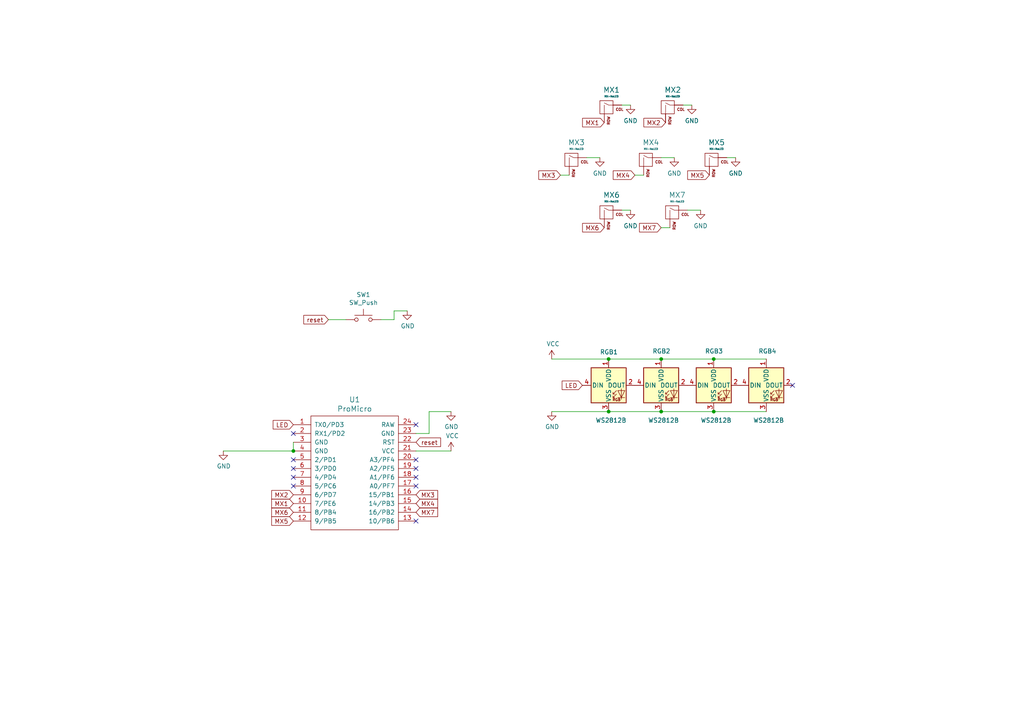
<source format=kicad_sch>
(kicad_sch (version 20211123) (generator eeschema)
  (paper "A4")
  (lib_symbols
    (symbol "LED:WS2812B" (pin_names (offset 0.254))
      (property "Reference" "D" (at 5.08 5.715 0))
      (property "Value" "WS2812B" (at 1.27 -5.715 0))
      (symbol "WS2812B_0_0"
        (text "RGB" (at 2.286 -4.191 0) (effects (font (size 0.762 0.762))))
      )
      (symbol "WS2812B_0_1"
        (polyline (pts (xy 1.27 -3.556) (xy 1.778 -3.556)))
        (polyline (pts (xy 1.27 -2.54) (xy 1.778 -2.54)))
        (polyline (pts (xy 4.699 -3.556) (xy 2.667 -3.556)))
        (polyline (pts (xy 2.286 -2.54) (xy 1.27 -3.556) (xy 1.27 -3.048)))
        (polyline (pts (xy 2.286 -1.524) (xy 1.27 -2.54) (xy 1.27 -2.032)))
        (polyline (pts (xy 3.683 -1.016) (xy 3.683 -3.556) (xy 3.683 -4.064)))
        (polyline (pts (xy 4.699 -1.524) (xy 2.667 -1.524) (xy 3.683 -3.556) (xy 4.699 -1.524)))
        (rectangle (start 5.08 5.08) (end -5.08 -5.08) (stroke (width 0.254)) (fill (type background)))
      )
      (symbol "WS2812B_1_1"
        (pin power_in line (at 0 7.62 270) (length 2.54) (name "VDD") (number "1"))
        (pin output line (at 7.62 0 180) (length 2.54) (name "DOUT") (number "2"))
        (pin power_in line (at 0 -7.62 90) (length 2.54) (name "VSS") (number "3"))
        (pin input line (at -7.62 0 0) (length 2.54) (name "DIN") (number "4"))
      )
    )
    (symbol "MX_Alps_Hybrid:MX-NoLED" (pin_names (offset 1.016))
      (property "Reference" "MX" (at -0.635 3.81 0))
      (property "Value" "MX_Alps_Hybrid_MX-NoLED" (at -0.635 1.27 0))
      (symbol "MX-NoLED_0_0"
        (rectangle (start -2.54 2.54) (end 1.27 -1.27))
        (polyline (pts (xy -1.27 -1.27) (xy -1.27 1.27)) (stroke (width 0.127)))
        (polyline (pts (xy 1.27 1.27) (xy 0 1.27) (xy -1.27 1.905)) (stroke (width 0.127)))
        (text "COL" (at 3.175 0 0) (effects (font (size 0.762 0.762))))
        (text "ROW" (at 0 -1.905 900) (effects (font (size 0.762 0.762)) (justify right)))
      )
      (symbol "MX-NoLED_1_1"
        (pin passive line (at 3.81 1.27 180) (length 2.54) (name "COL") (number "1"))
        (pin passive line (at -1.27 -3.81 90) (length 2.54) (name "ROW") (number "2"))
      )
    )
    (symbol "Switch:SW_Push" (pin_numbers hide) (pin_names (offset 1.016) hide)
      (property "Reference" "SW" (at 1.27 2.54 0))
      (property "Value" "SW_Push" (at 0 -1.524 0))
      (symbol "SW_Push_0_1"
        (circle (center -2.032 0) (radius 0.508))
        (polyline (pts (xy 0 1.27) (xy 0 3.048)))
        (polyline (pts (xy 2.54 1.27) (xy -2.54 1.27)))
        (circle (center 2.032 0) (radius 0.508))
        (pin passive line (at -5.08 0 0) (length 2.54) (name "1") (number "1"))
        (pin passive line (at 5.08 0 180) (length 2.54) (name "2") (number "2"))
      )
    )
    (symbol "keebio:ProMicro" (pin_names (offset 1.016))
      (property "Reference" "U" (at 0 0 0))
      (property "Value" "keebio_ProMicro" (at 0 -19.05 0))
      (symbol "ProMicro_0_1"
        (rectangle (start -12.7 -16.51) (end 12.7 16.51))
      )
      (symbol "ProMicro_1_1"
        (pin input line (at -17.78 13.97 0) (length 5.08) (name "TX0/PD3") (number "1"))
        (pin input line (at -17.78 -8.89 0) (length 5.08) (name "7/PE6") (number "10"))
        (pin input line (at -17.78 -11.43 0) (length 5.08) (name "8/PB4") (number "11"))
        (pin input line (at -17.78 -13.97 0) (length 5.08) (name "9/PB5") (number "12"))
        (pin input line (at 17.78 -13.97 180) (length 5.08) (name "10/PB6") (number "13"))
        (pin input line (at 17.78 -11.43 180) (length 5.08) (name "16/PB2") (number "14"))
        (pin input line (at 17.78 -8.89 180) (length 5.08) (name "14/PB3") (number "15"))
        (pin input line (at 17.78 -6.35 180) (length 5.08) (name "15/PB1") (number "16"))
        (pin input line (at 17.78 -3.81 180) (length 5.08) (name "A0/PF7") (number "17"))
        (pin input line (at 17.78 -1.27 180) (length 5.08) (name "A1/PF6") (number "18"))
        (pin input line (at 17.78 1.27 180) (length 5.08) (name "A2/PF5") (number "19"))
        (pin input line (at -17.78 11.43 0) (length 5.08) (name "RX1/PD2") (number "2"))
        (pin input line (at 17.78 3.81 180) (length 5.08) (name "A3/PF4") (number "20"))
        (pin input line (at 17.78 6.35 180) (length 5.08) (name "VCC") (number "21"))
        (pin input line (at 17.78 8.89 180) (length 5.08) (name "RST") (number "22"))
        (pin input line (at 17.78 11.43 180) (length 5.08) (name "GND") (number "23"))
        (pin input line (at 17.78 13.97 180) (length 5.08) (name "RAW") (number "24"))
        (pin input line (at -17.78 8.89 0) (length 5.08) (name "GND") (number "3"))
        (pin input line (at -17.78 6.35 0) (length 5.08) (name "GND") (number "4"))
        (pin input line (at -17.78 3.81 0) (length 5.08) (name "2/PD1") (number "5"))
        (pin input line (at -17.78 1.27 0) (length 5.08) (name "3/PD0") (number "6"))
        (pin input line (at -17.78 -1.27 0) (length 5.08) (name "4/PD4") (number "7"))
        (pin input line (at -17.78 -3.81 0) (length 5.08) (name "5/PC6") (number "8"))
        (pin input line (at -17.78 -6.35 0) (length 5.08) (name "6/PD7") (number "9"))
      )
    )
    (symbol "power:GND" (power) (pin_names (offset 0))
      (property "Value" "GND" (at 0 -3.81 0))
      (symbol "GND_0_1"
        (polyline (pts (xy 0 0) (xy 0 -1.27) (xy 1.27 -1.27) (xy 0 -2.54) (xy -1.27 -1.27) (xy 0 -1.27)))
      )
      (symbol "GND_1_1"
        (pin power_in line (at 0 0 270) (length 0) hide (name "GND") (number "1"))
      )
    )
    (symbol "power:VCC" (power) (pin_names (offset 0))
      (property "Value" "VCC" (at 0 3.81 0))
      (symbol "VCC_0_1"
        (polyline (pts (xy -0.762 1.27) (xy 0 2.54)))
        (polyline (pts (xy 0 0) (xy 0 2.54)))
        (polyline (pts (xy 0 2.54) (xy 0.762 1.27)))
      )
      (symbol "VCC_1_1"
        (pin power_in line (at 0 0 90) (length 0) hide (name "VCC") (number "1"))
      )
    )
  )
  (junction (at 85.09 130.81))
  (junction (at 207.01 104.14))
  (junction (at 176.53 104.14))
  (junction (at 207.01 119.38))
  (junction (at 191.77 104.14))
  (junction (at 176.53 119.38))
  (junction (at 191.77 119.38))
  (no_connect (at 120.65 140.97))
  (no_connect (at 85.09 125.73))
  (no_connect (at 85.09 138.43))
  (no_connect (at 120.65 151.13))
  (no_connect (at 85.09 133.35))
  (no_connect (at 120.65 138.43))
  (no_connect (at 120.65 123.19))
  (no_connect (at 120.65 135.89))
  (no_connect (at 120.65 133.35))
  (no_connect (at 85.09 135.89))
  (no_connect (at 229.87 111.76))
  (no_connect (at 85.09 140.97))
  (wire (pts (xy 124.46 119.38) (xy 124.46 125.73)))
  (wire (pts (xy 170.18 45.72) (xy 173.99 45.72)))
  (wire (pts (xy 199.39 60.96) (xy 203.2 60.96)))
  (wire (pts (xy 114.3 92.71) (xy 114.3 90.17)))
  (wire (pts (xy 176.53 119.38) (xy 191.77 119.38)))
  (wire (pts (xy 184.15 50.8) (xy 186.69 50.8)))
  (wire (pts (xy 130.81 119.38) (xy 124.46 119.38)))
  (wire (pts (xy 85.09 130.81) (xy 64.77 130.81)))
  (wire (pts (xy 191.77 66.04) (xy 194.31 66.04)))
  (wire (pts (xy 160.02 119.38) (xy 176.53 119.38)))
  (wire (pts (xy 198.12 30.48) (xy 200.66 30.48)))
  (wire (pts (xy 95.25 92.71) (xy 100.33 92.71)))
  (wire (pts (xy 120.65 130.81) (xy 130.81 130.81)))
  (wire (pts (xy 191.77 45.72) (xy 195.58 45.72)))
  (wire (pts (xy 162.56 50.8) (xy 165.1 50.8)))
  (wire (pts (xy 180.34 30.48) (xy 182.88 30.48)))
  (wire (pts (xy 110.49 92.71) (xy 114.3 92.71)))
  (wire (pts (xy 180.34 60.96) (xy 182.88 60.96)))
  (wire (pts (xy 191.77 119.38) (xy 207.01 119.38)))
  (wire (pts (xy 85.09 128.27) (xy 85.09 130.81)))
  (wire (pts (xy 210.82 45.72) (xy 213.36 45.72)))
  (wire (pts (xy 120.65 125.73) (xy 124.46 125.73)))
  (wire (pts (xy 114.3 90.17) (xy 118.11 90.17)))
  (wire (pts (xy 160.02 104.14) (xy 176.53 104.14)))
  (wire (pts (xy 222.25 119.38) (xy 207.01 119.38)))
  (wire (pts (xy 207.01 104.14) (xy 222.25 104.14)))
  (wire (pts (xy 176.53 104.14) (xy 191.77 104.14)))
  (wire (pts (xy 191.77 104.14) (xy 207.01 104.14)))
  (global_label "MX7" (shape input) (at 120.65 148.59 0) (property "Intersheet References" "${INTERSHEET_REFS}" (effects hide)))
  (global_label "LED" (shape input) (at 85.09 123.19 180) (property "Intersheet References" "${INTERSHEET_REFS}" (effects hide)))
  (global_label "MX3" (shape input) (at 162.56 50.8 180) (property "Intersheet References" "${INTERSHEET_REFS}" (effects hide)))
  (global_label "MX7" (shape input) (at 191.77 66.04 180) (property "Intersheet References" "${INTERSHEET_REFS}" (effects hide)))
  (global_label "MX4" (shape input) (at 120.65 146.05 0) (property "Intersheet References" "${INTERSHEET_REFS}" (effects hide)))
  (global_label "reset" (shape input) (at 95.25 92.71 180) (property "Intersheet References" "${INTERSHEET_REFS}" (effects hide)))
  (global_label "MX5" (shape input) (at 85.09 151.13 180) (property "Intersheet References" "${INTERSHEET_REFS}" (effects hide)))
  (global_label "MX3" (shape input) (at 120.65 143.51 0) (property "Intersheet References" "${INTERSHEET_REFS}" (effects hide)))
  (global_label "MX1" (shape input) (at 85.09 146.05 180) (property "Intersheet References" "${INTERSHEET_REFS}" (effects hide)))
  (global_label "LED" (shape input) (at 168.91 111.76 180) (property "Intersheet References" "${INTERSHEET_REFS}" (effects hide)))
  (global_label "MX6" (shape input) (at 175.26 66.04 180) (property "Intersheet References" "${INTERSHEET_REFS}" (effects hide)))
  (global_label "MX2" (shape input) (at 193.04 35.56 180) (property "Intersheet References" "${INTERSHEET_REFS}" (effects hide)))
  (global_label "MX5" (shape input) (at 205.74 50.8 180) (property "Intersheet References" "${INTERSHEET_REFS}" (effects hide)))
  (global_label "MX6" (shape input) (at 85.09 148.59 180) (property "Intersheet References" "${INTERSHEET_REFS}" (effects hide)))
  (global_label "reset" (shape input) (at 120.65 128.27 0) (property "Intersheet References" "${INTERSHEET_REFS}" (effects hide)))
  (global_label "MX2" (shape input) (at 85.09 143.51 180) (property "Intersheet References" "${INTERSHEET_REFS}" (effects hide)))
  (global_label "MX4" (shape input) (at 184.15 50.8 180) (property "Intersheet References" "${INTERSHEET_REFS}" (effects hide)))
  (global_label "MX1" (shape input) (at 175.26 35.56 180) (property "Intersheet References" "${INTERSHEET_REFS}" (effects hide)))
  (symbol (lib_id "keebio:ProMicro") (at 102.87 137.16 0) (unit 1)
    (property "Reference" "U1" (at 102.87 115.9002 0) (effects (font (size 1.524 1.524))))
    (property "Value" "ProMicro" (at 102.87 118.5926 0) (effects (font (size 1.524 1.524))))
    (property "Footprint" "Keebio-Parts:ArduinoProMicro" (effects hide))
  )
  (symbol (lib_id "power:GND") (at 64.77 130.81 0) (unit 1)
    (property "Reference" "#PWR0101" (effects hide))
    (property "Value" "GND" (at 64.897 135.2042 0))
  )
  (symbol (lib_id "power:GND") (at 130.81 119.38 0) (unit 1)
    (property "Reference" "#PWR0103" (effects hide))
    (property "Value" "GND" (at 130.937 123.7742 0))
  )
  (symbol (lib_id "MX_Alps_Hybrid:MX-NoLED") (at 176.53 31.75 0) (unit 1)
    (property "Reference" "MX1" (at 177.3682 26.0858 0) (effects (font (size 1.524 1.524))))
    (property "Value" "MX-NoLED" (at 177.3682 27.9654 0) (effects (font (size 0.508 0.508))))
    (property "Footprint" "0xcb:SW_Cherry_MX_PCB_1.00u" (effects hide))
  )
  (symbol (lib_id "MX_Alps_Hybrid:MX-NoLED") (at 194.31 31.75 0) (unit 1)
    (property "Reference" "MX2" (at 195.1482 26.0858 0) (effects (font (size 1.524 1.524))))
    (property "Value" "MX-NoLED" (at 195.1482 27.9654 0) (effects (font (size 0.508 0.508))))
    (property "Footprint" "0xcb:SW_Cherry_MX_PCB_1.00u" (effects hide))
  )
  (symbol (lib_id "MX_Alps_Hybrid:MX-NoLED") (at 166.37 46.99 0) (unit 1)
    (property "Reference" "MX3" (at 167.2082 41.3258 0) (effects (font (size 1.524 1.524))))
    (property "Value" "MX-NoLED" (at 167.2082 43.2054 0) (effects (font (size 0.508 0.508))))
    (property "Footprint" "0xcb:SW_Cherry_MX_PCB_1.00u" (effects hide))
  )
  (symbol (lib_id "MX_Alps_Hybrid:MX-NoLED") (at 187.96 46.99 0) (unit 1)
    (property "Reference" "MX4" (at 188.7982 41.3258 0) (effects (font (size 1.524 1.524))))
    (property "Value" "MX-NoLED" (at 188.7982 43.2054 0) (effects (font (size 0.508 0.508))))
    (property "Footprint" "0xcb:SW_Cherry_MX_PCB_1.00u" (effects hide))
  )
  (symbol (lib_id "MX_Alps_Hybrid:MX-NoLED") (at 207.01 46.99 0) (unit 1)
    (property "Reference" "MX5" (at 207.8482 41.3258 0) (effects (font (size 1.524 1.524))))
    (property "Value" "MX-NoLED" (at 207.8482 43.2054 0) (effects (font (size 0.508 0.508))))
    (property "Footprint" "0xcb:SW_Cherry_MX_PCB_1.00u" (effects hide))
  )
  (symbol (lib_id "MX_Alps_Hybrid:MX-NoLED") (at 176.53 62.23 0) (unit 1)
    (property "Reference" "MX6" (at 177.3682 56.5658 0) (effects (font (size 1.524 1.524))))
    (property "Value" "MX-NoLED" (at 177.3682 58.4454 0) (effects (font (size 0.508 0.508))))
    (property "Footprint" "0xcb:SW_Cherry_MX_PCB_1.00u" (effects hide))
  )
  (symbol (lib_id "MX_Alps_Hybrid:MX-NoLED") (at 195.58 62.23 0) (unit 1)
    (property "Reference" "MX7" (at 196.4182 56.5658 0) (effects (font (size 1.524 1.524))))
    (property "Value" "MX-NoLED" (at 196.4182 58.4454 0) (effects (font (size 0.508 0.508))))
    (property "Footprint" "0xcb:SW_Cherry_MX_PCB_1.00u" (effects hide))
  )
  (symbol (lib_id "power:VCC") (at 130.81 130.81 0) (unit 1)
    (property "Reference" "#PWR0102" (effects hide))
    (property "Value" "VCC" (at 131.191 126.4158 0))
  )
  (symbol (lib_id "LED:WS2812B") (at 176.53 111.76 0) (unit 1)
    (property "Reference" "RGB1" (at 173.99 102.108 0) (effects (justify left)))
    (property "Value" "WS2812B" (at 172.72 121.92 0) (effects (justify left)))
    (property "Footprint" "Keebio-Parts:WS2812B" (effects hide))
    (property "Datasheet" "https://cdn-shop.adafruit.com/datasheets/WS2812B.pdf" (effects hide))
  )
  (symbol (lib_id "Switch:SW_Push") (at 105.41 92.71 0) (unit 1)
    (property "Reference" "SW1" (at 105.41 85.471 0))
    (property "Value" "SW_Push" (at 105.41 87.7824 0))
    (property "Footprint" "Keebio-Parts:SW_Tactile_SPST_Angled_MJTP1117" (effects hide))
  )
  (symbol (lib_id "power:GND") (at 118.11 90.17 0) (unit 1)
    (property "Reference" "#PWR0104" (effects hide))
    (property "Value" "GND" (at 118.237 94.5642 0))
  )
  (symbol (lib_id "LED:WS2812B") (at 191.77 111.76 0) (unit 1)
    (property "Reference" "RGB2" (at 189.23 101.854 0) (effects (justify left)))
    (property "Value" "WS2812B" (at 187.96 121.92 0) (effects (justify left)))
    (property "Footprint" "Keebio-Parts:WS2812B" (effects hide))
    (property "Datasheet" "https://cdn-shop.adafruit.com/datasheets/WS2812B.pdf" (effects hide))
  )
  (symbol (lib_id "LED:WS2812B") (at 207.01 111.76 0) (unit 1)
    (property "Reference" "RGB3" (at 204.47 101.854 0) (effects (justify left)))
    (property "Value" "WS2812B" (at 203.2 121.92 0) (effects (justify left)))
    (property "Footprint" "Keebio-Parts:WS2812B" (effects hide))
    (property "Datasheet" "https://cdn-shop.adafruit.com/datasheets/WS2812B.pdf" (effects hide))
  )
  (symbol (lib_id "power:GND") (at 160.02 119.38 0) (unit 1)
    (property "Reference" "#PWR0105" (effects hide))
    (property "Value" "GND" (at 160.147 123.7742 0))
  )
  (symbol (lib_id "power:VCC") (at 160.02 104.14 0) (unit 1)
    (property "Reference" "#PWR0106" (effects hide))
    (property "Value" "VCC" (at 160.401 99.7458 0))
  )
  (symbol (lib_id "LED:WS2812B") (at 222.25 111.76 0) (unit 1)
    (property "Reference" "RGB4" (at 219.964 101.854 0) (effects (justify left)))
    (property "Value" "WS2812B" (at 218.44 121.92 0) (effects (justify left)))
    (property "Footprint" "Keebio-Parts:WS2812B" (effects hide))
    (property "Datasheet" "https://cdn-shop.adafruit.com/datasheets/WS2812B.pdf" (effects hide))
  )
  (symbol (lib_id "power:GND") (at 195.58 45.72 0) (unit 1)
    (property "Reference" "#PWR0115" (effects hide))
    (property "Value" "GND" (at 195.58 50.2825 0))
  )
  (symbol (lib_id "power:GND") (at 200.66 30.48 0) (unit 1)
    (property "Reference" "#PWR0114" (effects hide))
    (property "Value" "GND" (at 200.66 35.0425 0))
  )
  (symbol (lib_id "power:GND") (at 182.88 60.96 0) (unit 1)
    (property "Reference" "#PWR0112" (effects hide))
    (property "Value" "GND" (at 182.88 65.5225 0))
  )
  (symbol (lib_id "power:GND") (at 213.36 45.72 0) (unit 1)
    (property "Reference" "#PWR0110" (effects hide))
    (property "Value" "GND" (at 213.36 50.2825 0))
  )
  (symbol (lib_id "power:GND") (at 203.2 60.96 0) (unit 1)
    (property "Reference" "#PWR0116" (effects hide))
    (property "Value" "GND" (at 203.2 65.5225 0))
  )
  (symbol (lib_id "power:GND") (at 182.88 30.48 0) (unit 1)
    (property "Reference" "#PWR0111" (effects hide))
    (property "Value" "GND" (at 182.88 35.0425 0))
  )
  (symbol (lib_id "power:GND") (at 173.99 45.72 0) (unit 1)
    (property "Reference" "#PWR0109" (effects hide))
    (property "Value" "GND" (at 173.99 50.2825 0))
  )
)
</source>
